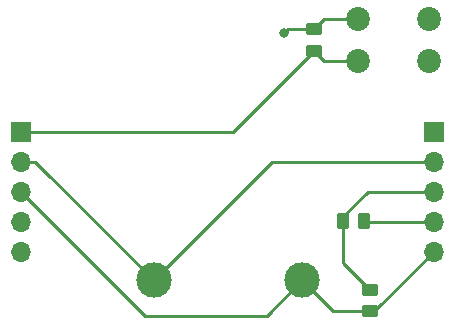
<source format=gtl>
G04 #@! TF.GenerationSoftware,KiCad,Pcbnew,(6.0.4)*
G04 #@! TF.CreationDate,2023-01-21T10:06:24-06:00*
G04 #@! TF.ProjectId,BPS-ShuntResistor,4250532d-5368-4756-9e74-526573697374,rev?*
G04 #@! TF.SameCoordinates,Original*
G04 #@! TF.FileFunction,Copper,L1,Top*
G04 #@! TF.FilePolarity,Positive*
%FSLAX46Y46*%
G04 Gerber Fmt 4.6, Leading zero omitted, Abs format (unit mm)*
G04 Created by KiCad (PCBNEW (6.0.4)) date 2023-01-21 10:06:24*
%MOMM*%
%LPD*%
G01*
G04 APERTURE LIST*
G04 Aperture macros list*
%AMRoundRect*
0 Rectangle with rounded corners*
0 $1 Rounding radius*
0 $2 $3 $4 $5 $6 $7 $8 $9 X,Y pos of 4 corners*
0 Add a 4 corners polygon primitive as box body*
4,1,4,$2,$3,$4,$5,$6,$7,$8,$9,$2,$3,0*
0 Add four circle primitives for the rounded corners*
1,1,$1+$1,$2,$3*
1,1,$1+$1,$4,$5*
1,1,$1+$1,$6,$7*
1,1,$1+$1,$8,$9*
0 Add four rect primitives between the rounded corners*
20,1,$1+$1,$2,$3,$4,$5,0*
20,1,$1+$1,$4,$5,$6,$7,0*
20,1,$1+$1,$6,$7,$8,$9,0*
20,1,$1+$1,$8,$9,$2,$3,0*%
G04 Aperture macros list end*
G04 #@! TA.AperFunction,ComponentPad*
%ADD10R,1.700000X1.700000*%
G04 #@! TD*
G04 #@! TA.AperFunction,ComponentPad*
%ADD11O,1.700000X1.700000*%
G04 #@! TD*
G04 #@! TA.AperFunction,SMDPad,CuDef*
%ADD12RoundRect,0.250000X0.262500X0.450000X-0.262500X0.450000X-0.262500X-0.450000X0.262500X-0.450000X0*%
G04 #@! TD*
G04 #@! TA.AperFunction,SMDPad,CuDef*
%ADD13RoundRect,0.250000X-0.450000X0.262500X-0.450000X-0.262500X0.450000X-0.262500X0.450000X0.262500X0*%
G04 #@! TD*
G04 #@! TA.AperFunction,ComponentPad*
%ADD14C,2.028000*%
G04 #@! TD*
G04 #@! TA.AperFunction,ComponentPad*
%ADD15C,3.000000*%
G04 #@! TD*
G04 #@! TA.AperFunction,ViaPad*
%ADD16C,0.800000*%
G04 #@! TD*
G04 #@! TA.AperFunction,Conductor*
%ADD17C,0.250000*%
G04 #@! TD*
G04 APERTURE END LIST*
D10*
X117525000Y-107420000D03*
D11*
X117525000Y-109960000D03*
X117525000Y-112500000D03*
X117525000Y-115040000D03*
X117525000Y-117580000D03*
D12*
X146592500Y-115030000D03*
X144767500Y-115030000D03*
D13*
X142335000Y-98742500D03*
X142335000Y-100567500D03*
D10*
X152500000Y-107425000D03*
D11*
X152500000Y-109965000D03*
X152500000Y-112505000D03*
X152500000Y-115045000D03*
X152500000Y-117585000D03*
D13*
X147100000Y-120800000D03*
X147100000Y-122625000D03*
D14*
X146085000Y-101453000D03*
X152085000Y-101453000D03*
X152085000Y-97905000D03*
X146085000Y-97905000D03*
D15*
X128760000Y-120005000D03*
X141360000Y-120005000D03*
D16*
X139800000Y-99100000D03*
D17*
X117525000Y-107420000D02*
X135482500Y-107420000D01*
X135482500Y-107420000D02*
X142335000Y-100567500D01*
X146085000Y-101453000D02*
X143220500Y-101453000D01*
X143220500Y-101453000D02*
X142335000Y-100567500D01*
X128760000Y-120005000D02*
X138800000Y-109965000D01*
X118715000Y-109960000D02*
X117525000Y-109960000D01*
X128760000Y-120005000D02*
X118715000Y-109960000D01*
X138800000Y-109965000D02*
X152500000Y-109965000D01*
X128025000Y-123000000D02*
X117525000Y-112500000D01*
X147100000Y-122625000D02*
X143980000Y-122625000D01*
X141360000Y-120005000D02*
X138365000Y-123000000D01*
X138365000Y-123000000D02*
X128025000Y-123000000D01*
X147460000Y-122625000D02*
X152500000Y-117585000D01*
X143980000Y-122625000D02*
X141360000Y-120005000D01*
X147100000Y-122625000D02*
X147460000Y-122625000D01*
X140157500Y-98742500D02*
X139800000Y-99100000D01*
X142322500Y-98730000D02*
X142335000Y-98742500D01*
X146085000Y-97905000D02*
X143172500Y-97905000D01*
X142335000Y-98742500D02*
X140157500Y-98742500D01*
X143172500Y-97905000D02*
X142335000Y-98742500D01*
X146592500Y-115030000D02*
X146607500Y-115045000D01*
X146607500Y-115045000D02*
X152500000Y-115045000D01*
X147110000Y-120790000D02*
X147100000Y-120800000D01*
X144830000Y-114590000D02*
X146915000Y-112505000D01*
X144830000Y-118530000D02*
X144830000Y-114590000D01*
X146915000Y-112505000D02*
X152500000Y-112505000D01*
X147100000Y-120800000D02*
X144830000Y-118530000D01*
M02*

</source>
